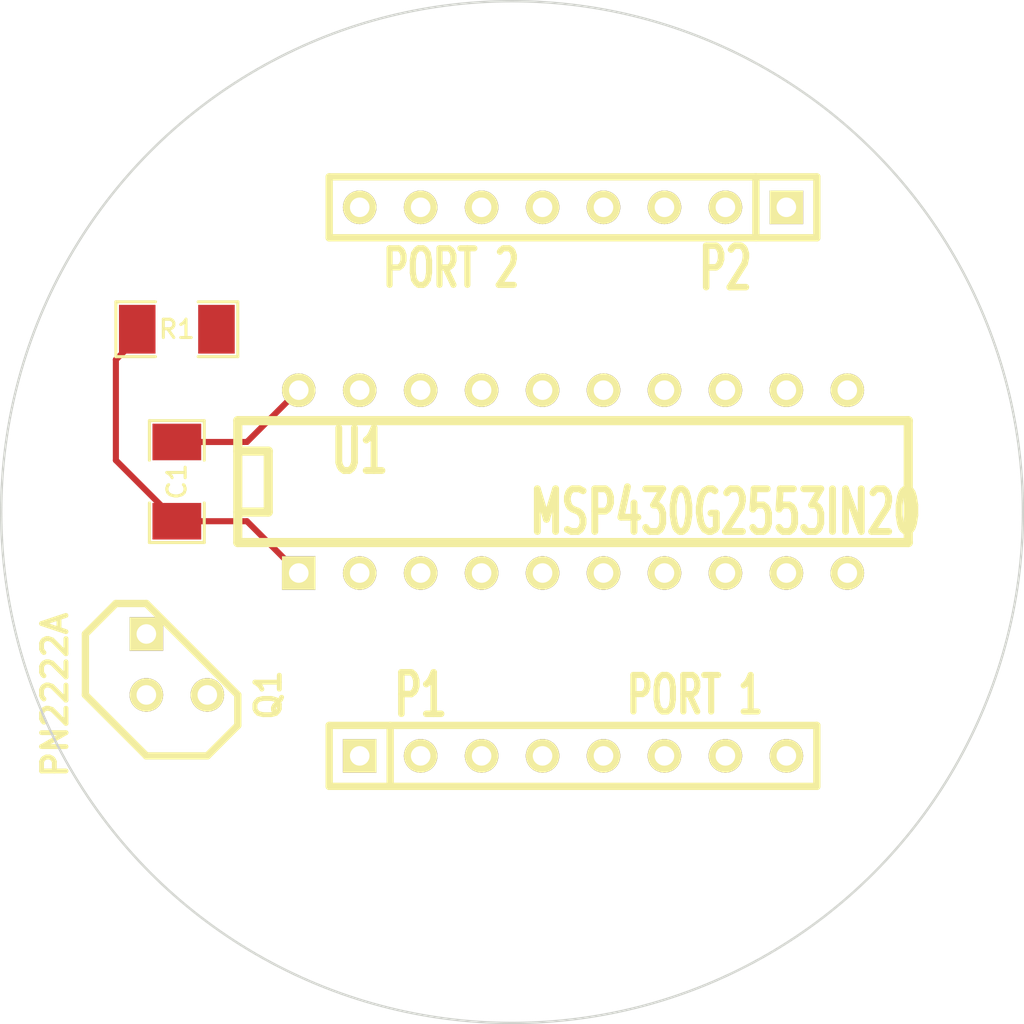
<source format=kicad_pcb>
(kicad_pcb (version 3) (host pcbnew "(2013-may-18)-stable")

  (general
    (links 21)
    (no_connects 18)
    (area 0 0 0 0)
    (thickness 1.6)
    (drawings 1)
    (tracks 8)
    (zones 0)
    (modules 6)
    (nets 20)
  )

  (page A3)
  (layers
    (15 F.Cu signal)
    (0 B.Cu signal)
    (16 B.Adhes user)
    (17 F.Adhes user)
    (18 B.Paste user)
    (19 F.Paste user)
    (20 B.SilkS user)
    (21 F.SilkS user)
    (22 B.Mask user)
    (23 F.Mask user)
    (24 Dwgs.User user)
    (25 Cmts.User user)
    (26 Eco1.User user)
    (27 Eco2.User user)
    (28 Edge.Cuts user)
  )

  (setup
    (last_trace_width 0.254)
    (trace_clearance 0.254)
    (zone_clearance 0.508)
    (zone_45_only no)
    (trace_min 0.254)
    (segment_width 0.2)
    (edge_width 0.1)
    (via_size 0.889)
    (via_drill 0.635)
    (via_min_size 0.889)
    (via_min_drill 0.508)
    (uvia_size 0.508)
    (uvia_drill 0.127)
    (uvias_allowed no)
    (uvia_min_size 0.508)
    (uvia_min_drill 0.127)
    (pcb_text_width 0.3)
    (pcb_text_size 1.5 1.5)
    (mod_edge_width 0.15)
    (mod_text_size 1 1)
    (mod_text_width 0.15)
    (pad_size 1.5 1.5)
    (pad_drill 0.6)
    (pad_to_mask_clearance 0)
    (aux_axis_origin 0 0)
    (visible_elements FFFFFFBF)
    (pcbplotparams
      (layerselection 3178497)
      (usegerberextensions true)
      (excludeedgelayer true)
      (linewidth 0.150000)
      (plotframeref false)
      (viasonmask false)
      (mode 1)
      (useauxorigin false)
      (hpglpennumber 1)
      (hpglpenspeed 20)
      (hpglpendiameter 15)
      (hpglpenoverlay 2)
      (psnegative false)
      (psa4output false)
      (plotreference true)
      (plotvalue true)
      (plotothertext true)
      (plotinvisibletext false)
      (padsonsilk false)
      (subtractmaskfromsilk false)
      (outputformat 1)
      (mirror false)
      (drillshape 1)
      (scaleselection 1)
      (outputdirectory ""))
  )

  (net 0 "")
  (net 1 /P1.0)
  (net 2 /P1.1)
  (net 3 /P1.2)
  (net 4 /P1.3)
  (net 5 /P1.4)
  (net 6 /P1.5)
  (net 7 /P1.6)
  (net 8 /P1.7)
  (net 9 /P2.0)
  (net 10 /P2.1)
  (net 11 /P2.2)
  (net 12 /P2.3)
  (net 13 /P2.4)
  (net 14 /P2.5)
  (net 15 /P2.6)
  (net 16 /P2.7)
  (net 17 /RST)
  (net 18 GND)
  (net 19 VCC)

  (net_class Default "This is the default net class."
    (clearance 0.254)
    (trace_width 0.254)
    (via_dia 0.889)
    (via_drill 0.635)
    (uvia_dia 0.508)
    (uvia_drill 0.127)
    (add_net "")
    (add_net /P1.0)
    (add_net /P1.1)
    (add_net /P1.2)
    (add_net /P1.3)
    (add_net /P1.4)
    (add_net /P1.5)
    (add_net /P1.6)
    (add_net /P1.7)
    (add_net /P2.0)
    (add_net /P2.1)
    (add_net /P2.2)
    (add_net /P2.3)
    (add_net /P2.4)
    (add_net /P2.5)
    (add_net /P2.6)
    (add_net /P2.7)
    (add_net /RST)
    (add_net GND)
    (add_net VCC)
  )

  (module SM1206 (layer F.Cu) (tedit 42806E24) (tstamp 534C7D23)
    (at 218.44 121.92)
    (path /534C7525)
    (attr smd)
    (fp_text reference R1 (at 0 0) (layer F.SilkS)
      (effects (font (size 0.762 0.762) (thickness 0.127)))
    )
    (fp_text value 47k (at 0 0) (layer F.SilkS) hide
      (effects (font (size 0.762 0.762) (thickness 0.127)))
    )
    (fp_line (start -2.54 -1.143) (end -2.54 1.143) (layer F.SilkS) (width 0.127))
    (fp_line (start -2.54 1.143) (end -0.889 1.143) (layer F.SilkS) (width 0.127))
    (fp_line (start 0.889 -1.143) (end 2.54 -1.143) (layer F.SilkS) (width 0.127))
    (fp_line (start 2.54 -1.143) (end 2.54 1.143) (layer F.SilkS) (width 0.127))
    (fp_line (start 2.54 1.143) (end 0.889 1.143) (layer F.SilkS) (width 0.127))
    (fp_line (start -0.889 -1.143) (end -2.54 -1.143) (layer F.SilkS) (width 0.127))
    (pad 1 smd rect (at -1.651 0) (size 1.524 2.032)
      (layers F.Cu F.Paste F.Mask)
      (net 19 VCC)
    )
    (pad 2 smd rect (at 1.651 0) (size 1.524 2.032)
      (layers F.Cu F.Paste F.Mask)
      (net 17 /RST)
    )
    (model smd/chip_cms.wrl
      (at (xyz 0 0 0))
      (scale (xyz 0.17 0.16 0.16))
      (rotate (xyz 0 0 0))
    )
  )

  (module SM1206 (layer F.Cu) (tedit 42806E24) (tstamp 534C79DE)
    (at 218.44 128.27 90)
    (path /534C7858)
    (attr smd)
    (fp_text reference C1 (at 0 0 90) (layer F.SilkS)
      (effects (font (size 0.762 0.762) (thickness 0.127)))
    )
    (fp_text value 0.1uF (at 0 0 90) (layer F.SilkS) hide
      (effects (font (size 0.762 0.762) (thickness 0.127)))
    )
    (fp_line (start -2.54 -1.143) (end -2.54 1.143) (layer F.SilkS) (width 0.127))
    (fp_line (start -2.54 1.143) (end -0.889 1.143) (layer F.SilkS) (width 0.127))
    (fp_line (start 0.889 -1.143) (end 2.54 -1.143) (layer F.SilkS) (width 0.127))
    (fp_line (start 2.54 -1.143) (end 2.54 1.143) (layer F.SilkS) (width 0.127))
    (fp_line (start 2.54 1.143) (end 0.889 1.143) (layer F.SilkS) (width 0.127))
    (fp_line (start -0.889 -1.143) (end -2.54 -1.143) (layer F.SilkS) (width 0.127))
    (pad 1 smd rect (at -1.651 0 90) (size 1.524 2.032)
      (layers F.Cu F.Paste F.Mask)
      (net 19 VCC)
    )
    (pad 2 smd rect (at 1.651 0 90) (size 1.524 2.032)
      (layers F.Cu F.Paste F.Mask)
      (net 18 GND)
    )
    (model smd/chip_cms.wrl
      (at (xyz 0 0 0))
      (scale (xyz 0.17 0.16 0.16))
      (rotate (xyz 0 0 0))
    )
  )

  (module DIP-20__300 (layer F.Cu) (tedit 200000) (tstamp 534C7A4E)
    (at 234.95 128.27)
    (descr "20 pins DIL package, round pads")
    (tags DIL)
    (path /52DC27FD)
    (fp_text reference U1 (at -8.89 -1.27) (layer F.SilkS)
      (effects (font (size 1.778 1.143) (thickness 0.3048)))
    )
    (fp_text value MSP430G2553IN20 (at 6.35 1.27) (layer F.SilkS)
      (effects (font (size 1.778 1.143) (thickness 0.3048)))
    )
    (fp_line (start -13.97 -1.27) (end -12.7 -1.27) (layer F.SilkS) (width 0.381))
    (fp_line (start -12.7 -1.27) (end -12.7 1.27) (layer F.SilkS) (width 0.381))
    (fp_line (start -12.7 1.27) (end -13.97 1.27) (layer F.SilkS) (width 0.381))
    (fp_line (start -13.97 -2.54) (end 13.97 -2.54) (layer F.SilkS) (width 0.381))
    (fp_line (start 13.97 -2.54) (end 13.97 2.54) (layer F.SilkS) (width 0.381))
    (fp_line (start 13.97 2.54) (end -13.97 2.54) (layer F.SilkS) (width 0.381))
    (fp_line (start -13.97 2.54) (end -13.97 -2.54) (layer F.SilkS) (width 0.381))
    (pad 1 thru_hole rect (at -11.43 3.81) (size 1.397 1.397) (drill 0.8128)
      (layers *.Cu *.Mask F.SilkS)
      (net 19 VCC)
    )
    (pad 2 thru_hole circle (at -8.89 3.81) (size 1.397 1.397) (drill 0.8128)
      (layers *.Cu *.Mask F.SilkS)
      (net 1 /P1.0)
    )
    (pad 3 thru_hole circle (at -6.35 3.81) (size 1.397 1.397) (drill 0.8128)
      (layers *.Cu *.Mask F.SilkS)
      (net 2 /P1.1)
    )
    (pad 4 thru_hole circle (at -3.81 3.81) (size 1.397 1.397) (drill 0.8128)
      (layers *.Cu *.Mask F.SilkS)
      (net 3 /P1.2)
    )
    (pad 5 thru_hole circle (at -1.27 3.81) (size 1.397 1.397) (drill 0.8128)
      (layers *.Cu *.Mask F.SilkS)
      (net 4 /P1.3)
    )
    (pad 6 thru_hole circle (at 1.27 3.81) (size 1.397 1.397) (drill 0.8128)
      (layers *.Cu *.Mask F.SilkS)
      (net 5 /P1.4)
    )
    (pad 7 thru_hole circle (at 3.81 3.81) (size 1.397 1.397) (drill 0.8128)
      (layers *.Cu *.Mask F.SilkS)
      (net 6 /P1.5)
    )
    (pad 8 thru_hole circle (at 6.35 3.81) (size 1.397 1.397) (drill 0.8128)
      (layers *.Cu *.Mask F.SilkS)
      (net 9 /P2.0)
    )
    (pad 9 thru_hole circle (at 8.89 3.81) (size 1.397 1.397) (drill 0.8128)
      (layers *.Cu *.Mask F.SilkS)
      (net 10 /P2.1)
    )
    (pad 10 thru_hole circle (at 11.43 3.81) (size 1.397 1.397) (drill 0.8128)
      (layers *.Cu *.Mask F.SilkS)
      (net 11 /P2.2)
    )
    (pad 11 thru_hole circle (at 11.43 -3.81) (size 1.397 1.397) (drill 0.8128)
      (layers *.Cu *.Mask F.SilkS)
      (net 12 /P2.3)
    )
    (pad 12 thru_hole circle (at 8.89 -3.81) (size 1.397 1.397) (drill 0.8128)
      (layers *.Cu *.Mask F.SilkS)
      (net 13 /P2.4)
    )
    (pad 13 thru_hole circle (at 6.35 -3.81) (size 1.397 1.397) (drill 0.8128)
      (layers *.Cu *.Mask F.SilkS)
      (net 14 /P2.5)
    )
    (pad 14 thru_hole circle (at 3.81 -3.81) (size 1.397 1.397) (drill 0.8128)
      (layers *.Cu *.Mask F.SilkS)
      (net 7 /P1.6)
    )
    (pad 15 thru_hole circle (at 1.27 -3.81) (size 1.397 1.397) (drill 0.8128)
      (layers *.Cu *.Mask F.SilkS)
      (net 8 /P1.7)
    )
    (pad 16 thru_hole circle (at -1.27 -3.81) (size 1.397 1.397) (drill 0.8128)
      (layers *.Cu *.Mask F.SilkS)
      (net 17 /RST)
    )
    (pad 17 thru_hole circle (at -3.81 -3.81) (size 1.397 1.397) (drill 0.8128)
      (layers *.Cu *.Mask F.SilkS)
    )
    (pad 18 thru_hole circle (at -6.35 -3.81) (size 1.397 1.397) (drill 0.8128)
      (layers *.Cu *.Mask F.SilkS)
      (net 16 /P2.7)
    )
    (pad 19 thru_hole circle (at -8.89 -3.81) (size 1.397 1.397) (drill 0.8128)
      (layers *.Cu *.Mask F.SilkS)
      (net 15 /P2.6)
    )
    (pad 20 thru_hole circle (at -11.43 -3.81) (size 1.397 1.397) (drill 0.8128)
      (layers *.Cu *.Mask F.SilkS)
      (net 18 GND)
    )
    (model dil/dil_20.wrl
      (at (xyz 0 0 0))
      (scale (xyz 1 1 1))
      (rotate (xyz 0 0 0))
    )
  )

  (module TO92-123 (layer F.Cu) (tedit 4C5F51CE) (tstamp 534C839A)
    (at 218.44 135.89 90)
    (descr "Transistor TO92 brochage type BC237")
    (tags "TR TO92")
    (path /534C765B)
    (fp_text reference Q1 (at -1.27 3.81 90) (layer F.SilkS)
      (effects (font (size 1.016 1.016) (thickness 0.2032)))
    )
    (fp_text value PN2222A (at -1.27 -5.08 90) (layer F.SilkS)
      (effects (font (size 1.016 1.016) (thickness 0.2032)))
    )
    (fp_line (start -1.27 2.54) (end 2.54 -1.27) (layer F.SilkS) (width 0.3048))
    (fp_line (start 2.54 -1.27) (end 2.54 -2.54) (layer F.SilkS) (width 0.3048))
    (fp_line (start 2.54 -2.54) (end 1.27 -3.81) (layer F.SilkS) (width 0.3048))
    (fp_line (start 1.27 -3.81) (end -1.27 -3.81) (layer F.SilkS) (width 0.3048))
    (fp_line (start -1.27 -3.81) (end -3.81 -1.27) (layer F.SilkS) (width 0.3048))
    (fp_line (start -3.81 -1.27) (end -3.81 1.27) (layer F.SilkS) (width 0.3048))
    (fp_line (start -3.81 1.27) (end -2.54 2.54) (layer F.SilkS) (width 0.3048))
    (fp_line (start -2.54 2.54) (end -1.27 2.54) (layer F.SilkS) (width 0.3048))
    (pad 3 thru_hole rect (at 1.27 -1.27 90) (size 1.397 1.397) (drill 0.8128)
      (layers *.Cu *.Mask F.SilkS)
    )
    (pad 2 thru_hole circle (at -1.27 -1.27 90) (size 1.397 1.397) (drill 0.8128)
      (layers *.Cu *.Mask F.SilkS)
      (net 1 /P1.0)
    )
    (pad 1 thru_hole circle (at -1.27 1.27 90) (size 1.397 1.397) (drill 0.8128)
      (layers *.Cu *.Mask F.SilkS)
    )
    (model discret/to98.wrl
      (at (xyz 0 0 0))
      (scale (xyz 1 1 1))
      (rotate (xyz 0 0 0))
    )
  )

  (module SIL-8 (layer F.Cu) (tedit 200000) (tstamp 534C8854)
    (at 234.95 139.7)
    (descr "Connecteur 8 pins")
    (tags "CONN DEV")
    (path /534C8646)
    (fp_text reference P1 (at -6.35 -2.54) (layer F.SilkS)
      (effects (font (size 1.72974 1.08712) (thickness 0.3048)))
    )
    (fp_text value "PORT 1" (at 5.08 -2.54) (layer F.SilkS)
      (effects (font (size 1.524 1.016) (thickness 0.3048)))
    )
    (fp_line (start -10.16 -1.27) (end 10.16 -1.27) (layer F.SilkS) (width 0.3048))
    (fp_line (start 10.16 -1.27) (end 10.16 1.27) (layer F.SilkS) (width 0.3048))
    (fp_line (start 10.16 1.27) (end -10.16 1.27) (layer F.SilkS) (width 0.3048))
    (fp_line (start -10.16 1.27) (end -10.16 -1.27) (layer F.SilkS) (width 0.3048))
    (fp_line (start -7.62 1.27) (end -7.62 -1.27) (layer F.SilkS) (width 0.3048))
    (pad 1 thru_hole rect (at -8.89 0) (size 1.397 1.397) (drill 0.8128)
      (layers *.Cu *.Mask F.SilkS)
      (net 1 /P1.0)
    )
    (pad 2 thru_hole circle (at -6.35 0) (size 1.397 1.397) (drill 0.8128)
      (layers *.Cu *.Mask F.SilkS)
      (net 2 /P1.1)
    )
    (pad 3 thru_hole circle (at -3.81 0) (size 1.397 1.397) (drill 0.8128)
      (layers *.Cu *.Mask F.SilkS)
      (net 3 /P1.2)
    )
    (pad 4 thru_hole circle (at -1.27 0) (size 1.397 1.397) (drill 0.8128)
      (layers *.Cu *.Mask F.SilkS)
      (net 4 /P1.3)
    )
    (pad 5 thru_hole circle (at 1.27 0) (size 1.397 1.397) (drill 0.8128)
      (layers *.Cu *.Mask F.SilkS)
      (net 5 /P1.4)
    )
    (pad 6 thru_hole circle (at 3.81 0) (size 1.397 1.397) (drill 0.8128)
      (layers *.Cu *.Mask F.SilkS)
      (net 6 /P1.5)
    )
    (pad 7 thru_hole circle (at 6.35 0) (size 1.397 1.397) (drill 0.8128)
      (layers *.Cu *.Mask F.SilkS)
      (net 7 /P1.6)
    )
    (pad 8 thru_hole circle (at 8.89 0) (size 1.397 1.397) (drill 0.8128)
      (layers *.Cu *.Mask F.SilkS)
      (net 8 /P1.7)
    )
  )

  (module SIL-8 (layer F.Cu) (tedit 200000) (tstamp 534C89DD)
    (at 234.95 116.84 180)
    (descr "Connecteur 8 pins")
    (tags "CONN DEV")
    (path /534C8B6F)
    (fp_text reference P2 (at -6.35 -2.54 180) (layer F.SilkS)
      (effects (font (size 1.72974 1.08712) (thickness 0.3048)))
    )
    (fp_text value "PORT 2" (at 5.08 -2.54 180) (layer F.SilkS)
      (effects (font (size 1.524 1.016) (thickness 0.3048)))
    )
    (fp_line (start -10.16 -1.27) (end 10.16 -1.27) (layer F.SilkS) (width 0.3048))
    (fp_line (start 10.16 -1.27) (end 10.16 1.27) (layer F.SilkS) (width 0.3048))
    (fp_line (start 10.16 1.27) (end -10.16 1.27) (layer F.SilkS) (width 0.3048))
    (fp_line (start -10.16 1.27) (end -10.16 -1.27) (layer F.SilkS) (width 0.3048))
    (fp_line (start -7.62 1.27) (end -7.62 -1.27) (layer F.SilkS) (width 0.3048))
    (pad 1 thru_hole rect (at -8.89 0 180) (size 1.397 1.397) (drill 0.8128)
      (layers *.Cu *.Mask F.SilkS)
      (net 9 /P2.0)
    )
    (pad 2 thru_hole circle (at -6.35 0 180) (size 1.397 1.397) (drill 0.8128)
      (layers *.Cu *.Mask F.SilkS)
      (net 10 /P2.1)
    )
    (pad 3 thru_hole circle (at -3.81 0 180) (size 1.397 1.397) (drill 0.8128)
      (layers *.Cu *.Mask F.SilkS)
      (net 11 /P2.2)
    )
    (pad 4 thru_hole circle (at -1.27 0 180) (size 1.397 1.397) (drill 0.8128)
      (layers *.Cu *.Mask F.SilkS)
      (net 12 /P2.3)
    )
    (pad 5 thru_hole circle (at 1.27 0 180) (size 1.397 1.397) (drill 0.8128)
      (layers *.Cu *.Mask F.SilkS)
      (net 13 /P2.4)
    )
    (pad 6 thru_hole circle (at 3.81 0 180) (size 1.397 1.397) (drill 0.8128)
      (layers *.Cu *.Mask F.SilkS)
      (net 14 /P2.5)
    )
    (pad 7 thru_hole circle (at 6.35 0 180) (size 1.397 1.397) (drill 0.8128)
      (layers *.Cu *.Mask F.SilkS)
      (net 15 /P2.6)
    )
    (pad 8 thru_hole circle (at 8.89 0 180) (size 1.397 1.397) (drill 0.8128)
      (layers *.Cu *.Mask F.SilkS)
      (net 16 /P2.7)
    )
  )

  (gr_circle (center 232.41 129.54) (end 212.09 123.19) (layer Edge.Cuts) (width 0.1))

  (segment (start 218.44 126.619) (end 221.361 126.619) (width 0.254) (layer F.Cu) (net 18))
  (segment (start 221.361 126.619) (end 223.52 124.46) (width 0.254) (layer F.Cu) (net 18) (tstamp 534C7D9A))
  (segment (start 216.789 121.92) (end 216.789 122.301) (width 0.254) (layer F.Cu) (net 19))
  (segment (start 215.9 127.381) (end 218.44 129.921) (width 0.254) (layer F.Cu) (net 19) (tstamp 534C805B))
  (segment (start 215.9 123.19) (end 215.9 127.381) (width 0.254) (layer F.Cu) (net 19) (tstamp 534C8059))
  (segment (start 216.789 122.301) (end 215.9 123.19) (width 0.254) (layer F.Cu) (net 19) (tstamp 534C8055))
  (segment (start 218.44 129.921) (end 221.361 129.921) (width 0.254) (layer F.Cu) (net 19))
  (segment (start 221.361 129.921) (end 223.52 132.08) (width 0.254) (layer F.Cu) (net 19) (tstamp 534C7D9E))

)

</source>
